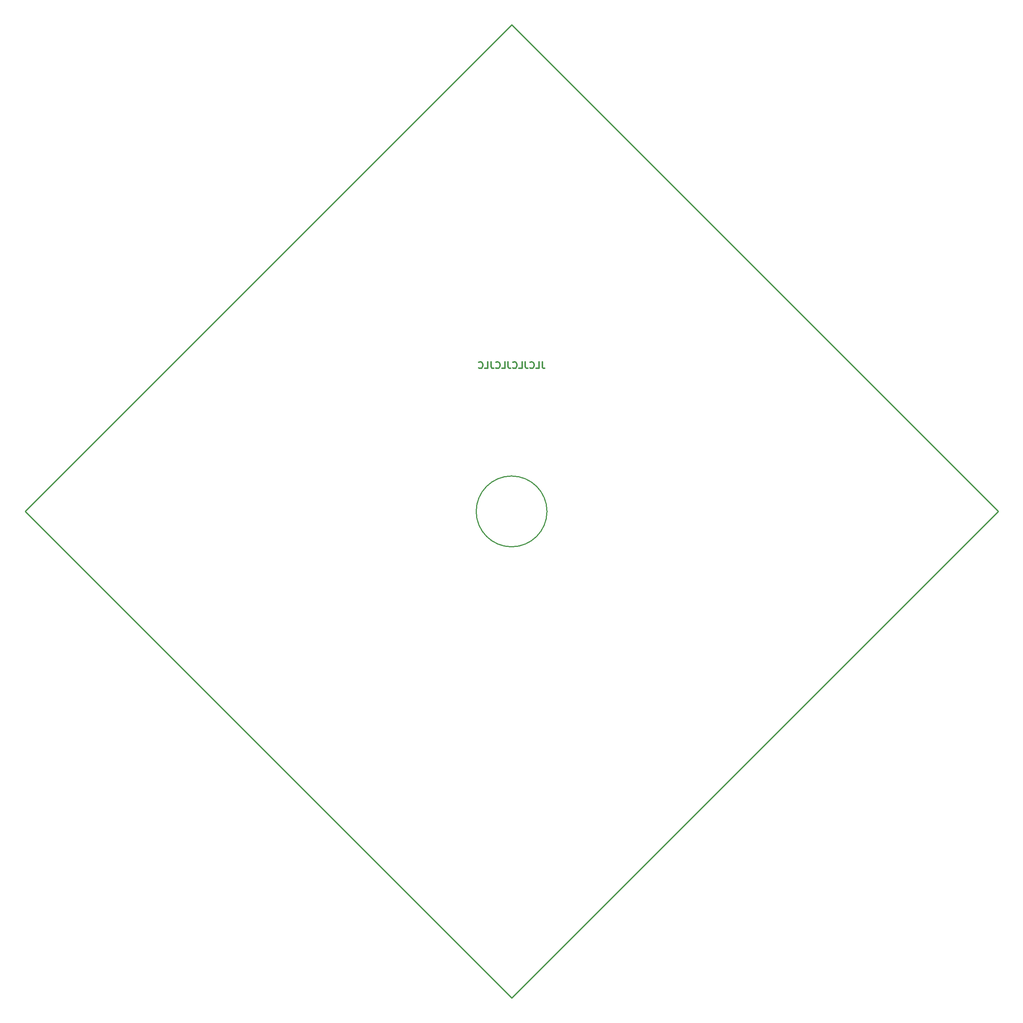
<source format=gbr>
G04 #@! TF.GenerationSoftware,KiCad,Pcbnew,(5.1.8)-1*
G04 #@! TF.CreationDate,2021-04-20T17:46:31-05:00*
G04 #@! TF.ProjectId,Graduation_Cap,47726164-7561-4746-996f-6e5f4361702e,rev?*
G04 #@! TF.SameCoordinates,Original*
G04 #@! TF.FileFunction,Legend,Bot*
G04 #@! TF.FilePolarity,Positive*
%FSLAX46Y46*%
G04 Gerber Fmt 4.6, Leading zero omitted, Abs format (unit mm)*
G04 Created by KiCad (PCBNEW (5.1.8)-1) date 2021-04-20 17:46:31*
%MOMM*%
%LPD*%
G01*
G04 APERTURE LIST*
%ADD10C,0.300000*%
G04 #@! TA.AperFunction,Profile*
%ADD11C,0.254000*%
G04 #@! TD*
G04 APERTURE END LIST*
D10*
X206928571Y-116178571D02*
X206928571Y-117250000D01*
X207000000Y-117464285D01*
X207142857Y-117607142D01*
X207357142Y-117678571D01*
X207500000Y-117678571D01*
X205500000Y-117678571D02*
X206214285Y-117678571D01*
X206214285Y-116178571D01*
X204142857Y-117535714D02*
X204214285Y-117607142D01*
X204428571Y-117678571D01*
X204571428Y-117678571D01*
X204785714Y-117607142D01*
X204928571Y-117464285D01*
X205000000Y-117321428D01*
X205071428Y-117035714D01*
X205071428Y-116821428D01*
X205000000Y-116535714D01*
X204928571Y-116392857D01*
X204785714Y-116250000D01*
X204571428Y-116178571D01*
X204428571Y-116178571D01*
X204214285Y-116250000D01*
X204142857Y-116321428D01*
X203071428Y-116178571D02*
X203071428Y-117250000D01*
X203142857Y-117464285D01*
X203285714Y-117607142D01*
X203500000Y-117678571D01*
X203642857Y-117678571D01*
X201642857Y-117678571D02*
X202357142Y-117678571D01*
X202357142Y-116178571D01*
X200285714Y-117535714D02*
X200357142Y-117607142D01*
X200571428Y-117678571D01*
X200714285Y-117678571D01*
X200928571Y-117607142D01*
X201071428Y-117464285D01*
X201142857Y-117321428D01*
X201214285Y-117035714D01*
X201214285Y-116821428D01*
X201142857Y-116535714D01*
X201071428Y-116392857D01*
X200928571Y-116250000D01*
X200714285Y-116178571D01*
X200571428Y-116178571D01*
X200357142Y-116250000D01*
X200285714Y-116321428D01*
X199214285Y-116178571D02*
X199214285Y-117250000D01*
X199285714Y-117464285D01*
X199428571Y-117607142D01*
X199642857Y-117678571D01*
X199785714Y-117678571D01*
X197785714Y-117678571D02*
X198500000Y-117678571D01*
X198500000Y-116178571D01*
X196428571Y-117535714D02*
X196500000Y-117607142D01*
X196714285Y-117678571D01*
X196857142Y-117678571D01*
X197071428Y-117607142D01*
X197214285Y-117464285D01*
X197285714Y-117321428D01*
X197357142Y-117035714D01*
X197357142Y-116821428D01*
X197285714Y-116535714D01*
X197214285Y-116392857D01*
X197071428Y-116250000D01*
X196857142Y-116178571D01*
X196714285Y-116178571D01*
X196500000Y-116250000D01*
X196428571Y-116321428D01*
X195357142Y-116178571D02*
X195357142Y-117250000D01*
X195428571Y-117464285D01*
X195571428Y-117607142D01*
X195785714Y-117678571D01*
X195928571Y-117678571D01*
X193928571Y-117678571D02*
X194642857Y-117678571D01*
X194642857Y-116178571D01*
X192571428Y-117535714D02*
X192642857Y-117607142D01*
X192857142Y-117678571D01*
X193000000Y-117678571D01*
X193214285Y-117607142D01*
X193357142Y-117464285D01*
X193428571Y-117321428D01*
X193500000Y-117035714D01*
X193500000Y-116821428D01*
X193428571Y-116535714D01*
X193357142Y-116392857D01*
X193214285Y-116250000D01*
X193000000Y-116178571D01*
X192857142Y-116178571D01*
X192642857Y-116250000D01*
X192571428Y-116321428D01*
D11*
X208000000Y-150000000D02*
G75*
G03*
X208000000Y-150000000I-8000000J0D01*
G01*
X310000000Y-150000000D02*
X200000000Y-260000000D01*
X200000000Y-260000000D02*
X90000000Y-150000000D01*
X310000000Y-150000000D02*
X200000000Y-40000000D01*
X90000000Y-150000000D02*
X200000000Y-40000000D01*
M02*

</source>
